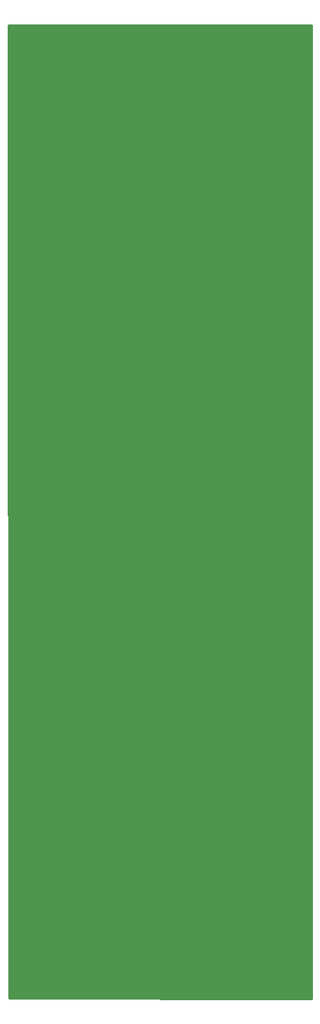
<source format=gbr>
G04 #@! TF.FileFunction,Soldermask,Bot*
%FSLAX46Y46*%
G04 Gerber Fmt 4.6, Leading zero omitted, Abs format (unit mm)*
G04 Created by KiCad (PCBNEW 4.0.1-stable) date Samstag, 17. Dezember 2016 'u05' 12:05:26*
%MOMM*%
G01*
G04 APERTURE LIST*
%ADD10C,0.150000*%
%ADD11C,8.200000*%
%ADD12C,8.100000*%
%ADD13C,3.700000*%
%ADD14C,0.254000*%
G04 APERTURE END LIST*
D10*
D11*
X88825000Y-143150000D03*
X88825000Y-119025000D03*
X112975000Y-143150000D03*
X100900000Y-143175000D03*
D12*
X89475000Y-53000000D03*
X112350000Y-96175000D03*
X100925000Y-74575000D03*
D13*
X88410000Y-157660000D03*
X88390000Y-35120000D03*
D11*
X88850000Y-131100000D03*
X100900000Y-131075000D03*
X112950000Y-131100000D03*
X100900000Y-119025000D03*
X112975000Y-119025000D03*
D14*
G36*
X120873025Y-160372763D02*
X80901975Y-160298236D01*
X80877025Y-32226921D01*
X120897975Y-32202079D01*
X120873025Y-160372763D01*
X120873025Y-160372763D01*
G37*
X120873025Y-160372763D02*
X80901975Y-160298236D01*
X80877025Y-32226921D01*
X120897975Y-32202079D01*
X120873025Y-160372763D01*
M02*

</source>
